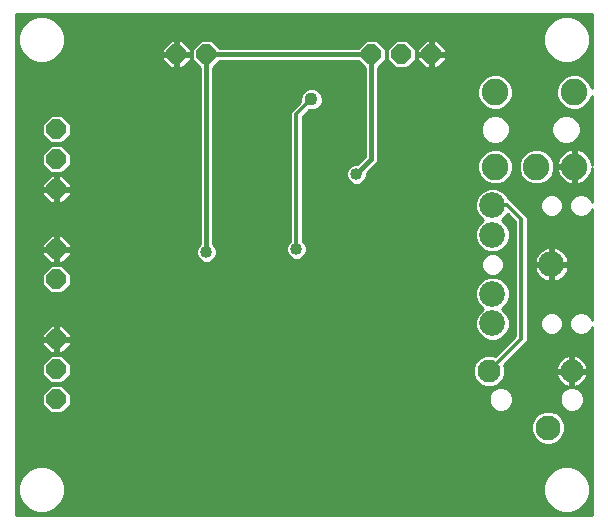
<source format=gbl>
G75*
G70*
%OFA0B0*%
%FSLAX24Y24*%
%IPPOS*%
%LPD*%
%AMOC8*
5,1,8,0,0,1.08239X$1,22.5*
%
%ADD10OC8,0.0640*%
%ADD11C,0.0860*%
%ADD12C,0.0886*%
%ADD13C,0.0827*%
%ADD14C,0.0768*%
%ADD15C,0.0100*%
%ADD16C,0.0400*%
%ADD17C,0.0150*%
%ADD18C,0.0120*%
%ADD19C,0.0436*%
D10*
X001651Y004151D03*
X001651Y005151D03*
X001651Y006151D03*
X001651Y008151D03*
X001651Y009151D03*
X001651Y011151D03*
X001651Y012151D03*
X001651Y013151D03*
X005651Y015651D03*
X006651Y015651D03*
X012151Y015651D03*
X013151Y015651D03*
X014151Y015651D03*
D11*
X016183Y010620D03*
X016183Y009635D03*
X018151Y008651D03*
X016183Y007667D03*
X016183Y006683D03*
D12*
X016273Y011911D03*
X017651Y011911D03*
X018911Y011911D03*
X018911Y014391D03*
X016273Y014391D03*
D13*
X018037Y003206D03*
D14*
X018824Y005096D03*
X016069Y005096D03*
D15*
X000301Y000301D02*
X000301Y017001D01*
X019501Y017001D01*
X019501Y014516D01*
X019414Y014727D01*
X019247Y014894D01*
X019029Y014984D01*
X018793Y014984D01*
X018575Y014894D01*
X018408Y014727D01*
X018318Y014509D01*
X018318Y014273D01*
X018408Y014055D01*
X018575Y013889D01*
X018793Y013798D01*
X019029Y013798D01*
X019247Y013889D01*
X019414Y014055D01*
X019501Y014267D01*
X019501Y011974D01*
X019489Y012050D01*
X019460Y012139D01*
X019418Y012222D01*
X019363Y012297D01*
X019297Y012363D01*
X019222Y012418D01*
X019139Y012460D01*
X019050Y012489D01*
X018961Y012503D01*
X018961Y011961D01*
X018861Y011961D01*
X018861Y011861D01*
X018961Y011861D01*
X018961Y011319D01*
X019050Y011333D01*
X019139Y011362D01*
X019222Y011404D01*
X019297Y011459D01*
X019363Y011525D01*
X019418Y011600D01*
X019460Y011683D01*
X019489Y011772D01*
X019501Y011848D01*
X019501Y010746D01*
X019463Y010838D01*
X019354Y010947D01*
X019212Y011006D01*
X019059Y011006D01*
X018917Y010947D01*
X018808Y010838D01*
X018749Y010696D01*
X018749Y010543D01*
X018808Y010401D01*
X018917Y010292D01*
X019059Y010233D01*
X019212Y010233D01*
X019354Y010292D01*
X019463Y010401D01*
X019501Y010494D01*
X019501Y006809D01*
X019463Y006901D01*
X019354Y007010D01*
X019212Y007069D01*
X019059Y007069D01*
X018917Y007010D01*
X018808Y006901D01*
X018749Y006759D01*
X018749Y006606D01*
X018808Y006464D01*
X018917Y006355D01*
X019059Y006296D01*
X019212Y006296D01*
X019354Y006355D01*
X019463Y006464D01*
X019501Y006557D01*
X019501Y000301D01*
X000301Y000301D01*
X000301Y000348D02*
X019501Y000348D01*
X019501Y000447D02*
X018989Y000447D01*
X019093Y000490D02*
X019312Y000709D01*
X019431Y000996D01*
X019431Y001306D01*
X019312Y001593D01*
X019093Y001812D01*
X018806Y001931D01*
X018496Y001931D01*
X018209Y001812D01*
X017990Y001593D01*
X017871Y001306D01*
X017871Y000996D01*
X017990Y000709D01*
X018209Y000490D01*
X018496Y000371D01*
X018806Y000371D01*
X019093Y000490D01*
X019148Y000545D02*
X019501Y000545D01*
X019501Y000644D02*
X019247Y000644D01*
X019326Y000742D02*
X019501Y000742D01*
X019501Y000841D02*
X019367Y000841D01*
X019408Y000940D02*
X019501Y000940D01*
X019501Y001038D02*
X019431Y001038D01*
X019431Y001137D02*
X019501Y001137D01*
X019501Y001235D02*
X019431Y001235D01*
X019420Y001334D02*
X019501Y001334D01*
X019501Y001432D02*
X019379Y001432D01*
X019338Y001531D02*
X019501Y001531D01*
X019501Y001629D02*
X019276Y001629D01*
X019177Y001728D02*
X019501Y001728D01*
X019501Y001826D02*
X019059Y001826D01*
X018821Y001925D02*
X019501Y001925D01*
X019501Y002024D02*
X000301Y002024D01*
X000301Y002122D02*
X019501Y002122D01*
X019501Y002221D02*
X000301Y002221D01*
X000301Y002319D02*
X019501Y002319D01*
X019501Y002418D02*
X000301Y002418D01*
X000301Y002516D02*
X019501Y002516D01*
X019501Y002615D02*
X000301Y002615D01*
X000301Y002713D02*
X017755Y002713D01*
X017718Y002729D02*
X017925Y002643D01*
X018149Y002643D01*
X018356Y002729D01*
X018515Y002887D01*
X018600Y003094D01*
X018600Y003318D01*
X018515Y003525D01*
X018356Y003684D01*
X018149Y003770D01*
X017925Y003770D01*
X017718Y003684D01*
X017559Y003525D01*
X017474Y003318D01*
X017474Y003094D01*
X017559Y002887D01*
X017718Y002729D01*
X017635Y002812D02*
X000301Y002812D01*
X000301Y002910D02*
X017550Y002910D01*
X017509Y003009D02*
X000301Y003009D01*
X000301Y003107D02*
X017474Y003107D01*
X017474Y003206D02*
X000301Y003206D01*
X000301Y003305D02*
X017474Y003305D01*
X017509Y003403D02*
X000301Y003403D01*
X000301Y003502D02*
X017550Y003502D01*
X017634Y003600D02*
X000301Y003600D01*
X000301Y003699D02*
X001439Y003699D01*
X001456Y003681D02*
X001846Y003681D01*
X002121Y003956D01*
X002121Y004346D01*
X001846Y004621D01*
X001456Y004621D01*
X001181Y004346D01*
X001181Y003956D01*
X001456Y003681D01*
X001340Y003797D02*
X000301Y003797D01*
X000301Y003896D02*
X001242Y003896D01*
X001181Y003994D02*
X000301Y003994D01*
X000301Y004093D02*
X001181Y004093D01*
X001181Y004191D02*
X000301Y004191D01*
X000301Y004290D02*
X001181Y004290D01*
X001224Y004389D02*
X000301Y004389D01*
X000301Y004487D02*
X001322Y004487D01*
X001421Y004586D02*
X000301Y004586D01*
X000301Y004684D02*
X001454Y004684D01*
X001456Y004681D02*
X001846Y004681D01*
X002121Y004956D01*
X002121Y005346D01*
X001846Y005621D01*
X001456Y005621D01*
X001181Y005346D01*
X001181Y004956D01*
X001456Y004681D01*
X001355Y004783D02*
X000301Y004783D01*
X000301Y004881D02*
X001256Y004881D01*
X001181Y004980D02*
X000301Y004980D01*
X000301Y005078D02*
X001181Y005078D01*
X001181Y005177D02*
X000301Y005177D01*
X000301Y005275D02*
X001181Y005275D01*
X001209Y005374D02*
X000301Y005374D01*
X000301Y005473D02*
X001308Y005473D01*
X001406Y005571D02*
X000301Y005571D01*
X000301Y005670D02*
X016345Y005670D01*
X016267Y005592D02*
X016175Y005630D01*
X015962Y005630D01*
X015766Y005549D01*
X015616Y005398D01*
X015535Y005202D01*
X015535Y004990D01*
X015616Y004794D01*
X015766Y004643D01*
X015962Y004562D01*
X016175Y004562D01*
X016371Y004643D01*
X016521Y004794D01*
X016602Y004990D01*
X016602Y005202D01*
X016564Y005295D01*
X017361Y006092D01*
X017361Y006266D01*
X017361Y010238D01*
X017238Y010361D01*
X016770Y010830D01*
X016723Y010830D01*
X016674Y010948D01*
X016511Y011111D01*
X016298Y011200D01*
X016067Y011200D01*
X015854Y011111D01*
X015691Y010948D01*
X015603Y010735D01*
X015603Y010504D01*
X015691Y010291D01*
X015854Y010128D01*
X015855Y010128D01*
X015854Y010127D01*
X015691Y009964D01*
X015603Y009751D01*
X015603Y009520D01*
X015691Y009307D01*
X015854Y009144D01*
X016067Y009055D01*
X016298Y009055D01*
X016511Y009144D01*
X016674Y009307D01*
X016763Y009520D01*
X016763Y009751D01*
X016674Y009964D01*
X016511Y010127D01*
X016510Y010128D01*
X016511Y010128D01*
X016674Y010291D01*
X016686Y010319D01*
X016941Y010064D01*
X016941Y006266D01*
X016267Y005592D01*
X016444Y005768D02*
X001933Y005768D01*
X001846Y005681D02*
X002121Y005956D01*
X002121Y006101D01*
X001701Y006101D01*
X001701Y005681D01*
X001846Y005681D01*
X001896Y005571D02*
X015820Y005571D01*
X015690Y005473D02*
X001994Y005473D01*
X002093Y005374D02*
X015606Y005374D01*
X015565Y005275D02*
X002121Y005275D01*
X002121Y005177D02*
X015535Y005177D01*
X015535Y005078D02*
X002121Y005078D01*
X002121Y004980D02*
X015539Y004980D01*
X015580Y004881D02*
X002046Y004881D01*
X001947Y004783D02*
X015627Y004783D01*
X015725Y004684D02*
X001849Y004684D01*
X001881Y004586D02*
X015906Y004586D01*
X016118Y004381D02*
X016056Y004232D01*
X016056Y004070D01*
X016118Y003921D01*
X016232Y003807D01*
X016381Y003745D01*
X016543Y003745D01*
X016692Y003807D01*
X016806Y003921D01*
X016868Y004070D01*
X016868Y004232D01*
X016806Y004381D01*
X016692Y004495D01*
X016543Y004557D01*
X016381Y004557D01*
X016232Y004495D01*
X016118Y004381D01*
X016126Y004389D02*
X002078Y004389D01*
X002121Y004290D02*
X016080Y004290D01*
X016056Y004191D02*
X002121Y004191D01*
X002121Y004093D02*
X016056Y004093D01*
X016088Y003994D02*
X002121Y003994D01*
X002060Y003896D02*
X016143Y003896D01*
X016256Y003797D02*
X001962Y003797D01*
X001863Y003699D02*
X017754Y003699D01*
X018320Y003699D02*
X019501Y003699D01*
X019501Y003797D02*
X019031Y003797D01*
X019054Y003807D02*
X019169Y003921D01*
X019230Y004070D01*
X019230Y004232D01*
X019169Y004381D01*
X019054Y004495D01*
X018905Y004557D01*
X018744Y004557D01*
X018594Y004495D01*
X018480Y004381D01*
X018419Y004232D01*
X018419Y004070D01*
X018480Y003921D01*
X018594Y003807D01*
X018744Y003745D01*
X018905Y003745D01*
X019054Y003807D01*
X019143Y003896D02*
X019501Y003896D01*
X019501Y003994D02*
X019199Y003994D01*
X019230Y004093D02*
X019501Y004093D01*
X019501Y004191D02*
X019230Y004191D01*
X019206Y004290D02*
X019501Y004290D01*
X019501Y004389D02*
X019161Y004389D01*
X019063Y004487D02*
X019501Y004487D01*
X019501Y004586D02*
X018981Y004586D01*
X018949Y004575D02*
X019029Y004601D01*
X019104Y004639D01*
X019172Y004689D01*
X019232Y004748D01*
X019281Y004816D01*
X019319Y004891D01*
X019345Y004971D01*
X019357Y005046D01*
X018875Y005046D01*
X018875Y005146D01*
X019357Y005146D01*
X019345Y005221D01*
X019319Y005301D01*
X019281Y005376D01*
X019232Y005444D01*
X019172Y005503D01*
X019104Y005553D01*
X019029Y005591D01*
X018949Y005617D01*
X018874Y005629D01*
X018874Y005146D01*
X018774Y005146D01*
X018774Y005046D01*
X018292Y005046D01*
X018304Y004971D01*
X018330Y004891D01*
X018368Y004816D01*
X018417Y004748D01*
X018477Y004689D01*
X018545Y004639D01*
X018619Y004601D01*
X018699Y004575D01*
X018774Y004563D01*
X018774Y005046D01*
X018874Y005046D01*
X018874Y004563D01*
X018949Y004575D01*
X018874Y004586D02*
X018774Y004586D01*
X018774Y004684D02*
X018874Y004684D01*
X018874Y004783D02*
X018774Y004783D01*
X018774Y004881D02*
X018874Y004881D01*
X018874Y004980D02*
X018774Y004980D01*
X018774Y005078D02*
X016602Y005078D01*
X016598Y004980D02*
X018302Y004980D01*
X018335Y004881D02*
X016557Y004881D01*
X016510Y004783D02*
X018392Y004783D01*
X018483Y004684D02*
X016412Y004684D01*
X016231Y004586D02*
X018668Y004586D01*
X018586Y004487D02*
X016700Y004487D01*
X016799Y004389D02*
X018488Y004389D01*
X018443Y004290D02*
X016844Y004290D01*
X016868Y004191D02*
X018419Y004191D01*
X018419Y004093D02*
X016868Y004093D01*
X016837Y003994D02*
X018450Y003994D01*
X018506Y003896D02*
X016781Y003896D01*
X016669Y003797D02*
X018618Y003797D01*
X018440Y003600D02*
X019501Y003600D01*
X019501Y003502D02*
X018524Y003502D01*
X018565Y003403D02*
X019501Y003403D01*
X019501Y003305D02*
X018600Y003305D01*
X018600Y003206D02*
X019501Y003206D01*
X019501Y003107D02*
X018600Y003107D01*
X018565Y003009D02*
X019501Y003009D01*
X019501Y002910D02*
X018524Y002910D01*
X018439Y002812D02*
X019501Y002812D01*
X019501Y002713D02*
X018319Y002713D01*
X018481Y001925D02*
X001321Y001925D01*
X001306Y001931D02*
X000996Y001931D01*
X000709Y001812D01*
X000490Y001593D01*
X000371Y001306D01*
X000371Y000996D01*
X000490Y000709D01*
X000709Y000490D01*
X000996Y000371D01*
X001306Y000371D01*
X001593Y000490D01*
X001812Y000709D01*
X001931Y000996D01*
X001931Y001306D01*
X001812Y001593D01*
X001593Y001812D01*
X001306Y001931D01*
X001559Y001826D02*
X018243Y001826D01*
X018125Y001728D02*
X001677Y001728D01*
X001776Y001629D02*
X018026Y001629D01*
X017964Y001531D02*
X001838Y001531D01*
X001879Y001432D02*
X017923Y001432D01*
X017883Y001334D02*
X001920Y001334D01*
X001931Y001235D02*
X017871Y001235D01*
X017871Y001137D02*
X001931Y001137D01*
X001931Y001038D02*
X017871Y001038D01*
X017895Y000940D02*
X001908Y000940D01*
X001867Y000841D02*
X017935Y000841D01*
X017976Y000742D02*
X001826Y000742D01*
X001747Y000644D02*
X018055Y000644D01*
X018154Y000545D02*
X001648Y000545D01*
X001489Y000447D02*
X018314Y000447D01*
X016224Y004487D02*
X001980Y004487D01*
X001601Y005681D02*
X001456Y005681D01*
X001181Y005956D01*
X001181Y006101D01*
X001601Y006101D01*
X001701Y006101D01*
X001701Y006201D01*
X002121Y006201D01*
X002121Y006346D01*
X001846Y006621D01*
X001701Y006621D01*
X001701Y006201D01*
X001601Y006201D01*
X001601Y006101D01*
X001601Y005681D01*
X001601Y005768D02*
X001701Y005768D01*
X001701Y005867D02*
X001601Y005867D01*
X001601Y005965D02*
X001701Y005965D01*
X001701Y006064D02*
X001601Y006064D01*
X001601Y006162D02*
X000301Y006162D01*
X000301Y006064D02*
X001181Y006064D01*
X001181Y005965D02*
X000301Y005965D01*
X000301Y005867D02*
X001271Y005867D01*
X001370Y005768D02*
X000301Y005768D01*
X000301Y006261D02*
X001181Y006261D01*
X001181Y006201D02*
X001181Y006346D01*
X001456Y006621D01*
X001601Y006621D01*
X001601Y006201D01*
X001181Y006201D01*
X001195Y006359D02*
X000301Y006359D01*
X000301Y006458D02*
X001293Y006458D01*
X001392Y006556D02*
X000301Y006556D01*
X000301Y006655D02*
X015603Y006655D01*
X015603Y006567D02*
X015691Y006354D01*
X015854Y006191D01*
X016067Y006103D01*
X016298Y006103D01*
X016511Y006191D01*
X016674Y006354D01*
X016763Y006567D01*
X016763Y006798D01*
X016674Y007011D01*
X016511Y007174D01*
X016510Y007175D01*
X016511Y007175D01*
X016674Y007338D01*
X016763Y007552D01*
X016763Y007782D01*
X016674Y007995D01*
X016511Y008159D01*
X016298Y008247D01*
X016067Y008247D01*
X015854Y008159D01*
X015691Y007995D01*
X015603Y007782D01*
X015603Y007552D01*
X015691Y007338D01*
X015854Y007175D01*
X015855Y007175D01*
X015854Y007174D01*
X015691Y007011D01*
X015603Y006798D01*
X015603Y006567D01*
X015607Y006556D02*
X001910Y006556D01*
X002009Y006458D02*
X015648Y006458D01*
X015689Y006359D02*
X002108Y006359D01*
X002121Y006261D02*
X015784Y006261D01*
X015923Y006162D02*
X001701Y006162D01*
X001701Y006261D02*
X001601Y006261D01*
X001601Y006359D02*
X001701Y006359D01*
X001701Y006458D02*
X001601Y006458D01*
X001601Y006556D02*
X001701Y006556D01*
X002121Y006064D02*
X016739Y006064D01*
X016641Y005965D02*
X002121Y005965D01*
X002031Y005867D02*
X016542Y005867D01*
X016840Y005571D02*
X018581Y005571D01*
X018545Y005553D02*
X018619Y005591D01*
X018699Y005617D01*
X018774Y005629D01*
X018774Y005146D01*
X018292Y005146D01*
X018304Y005221D01*
X018330Y005301D01*
X018368Y005376D01*
X018417Y005444D01*
X018477Y005503D01*
X018545Y005553D01*
X018446Y005473D02*
X016742Y005473D01*
X016643Y005374D02*
X018367Y005374D01*
X018321Y005275D02*
X016572Y005275D01*
X016602Y005177D02*
X018297Y005177D01*
X018774Y005177D02*
X018874Y005177D01*
X018874Y005275D02*
X018774Y005275D01*
X018774Y005374D02*
X018874Y005374D01*
X018874Y005473D02*
X018774Y005473D01*
X018774Y005571D02*
X018874Y005571D01*
X019068Y005571D02*
X019501Y005571D01*
X019501Y005473D02*
X019203Y005473D01*
X019282Y005374D02*
X019501Y005374D01*
X019501Y005275D02*
X019327Y005275D01*
X019352Y005177D02*
X019501Y005177D01*
X019501Y005078D02*
X018875Y005078D01*
X019314Y004881D02*
X019501Y004881D01*
X019501Y004783D02*
X019257Y004783D01*
X019166Y004684D02*
X019501Y004684D01*
X019501Y004980D02*
X019346Y004980D01*
X019501Y005670D02*
X016939Y005670D01*
X017038Y005768D02*
X019501Y005768D01*
X019501Y005867D02*
X017136Y005867D01*
X017235Y005965D02*
X019501Y005965D01*
X019501Y006064D02*
X017333Y006064D01*
X017361Y006162D02*
X019501Y006162D01*
X019501Y006261D02*
X017361Y006261D01*
X017361Y006359D02*
X017928Y006359D01*
X017932Y006355D02*
X017824Y006464D01*
X017765Y006606D01*
X017765Y006759D01*
X017824Y006901D01*
X017932Y007010D01*
X018074Y007069D01*
X018228Y007069D01*
X018370Y007010D01*
X018479Y006901D01*
X018537Y006759D01*
X018537Y006606D01*
X018479Y006464D01*
X018370Y006355D01*
X018228Y006296D01*
X018074Y006296D01*
X017932Y006355D01*
X017830Y006458D02*
X017361Y006458D01*
X017361Y006556D02*
X017785Y006556D01*
X017765Y006655D02*
X017361Y006655D01*
X017361Y006754D02*
X017765Y006754D01*
X017803Y006852D02*
X017361Y006852D01*
X017361Y006951D02*
X017873Y006951D01*
X018027Y007049D02*
X017361Y007049D01*
X017361Y007148D02*
X019501Y007148D01*
X019501Y007246D02*
X017361Y007246D01*
X017361Y007345D02*
X019501Y007345D01*
X019501Y007443D02*
X017361Y007443D01*
X017361Y007542D02*
X019501Y007542D01*
X019501Y007640D02*
X017361Y007640D01*
X017361Y007739D02*
X019501Y007739D01*
X019501Y007838D02*
X017361Y007838D01*
X017361Y007936D02*
X019501Y007936D01*
X019501Y008035D02*
X017361Y008035D01*
X017361Y008133D02*
X017890Y008133D01*
X017929Y008114D02*
X017847Y008155D01*
X017773Y008209D01*
X017709Y008273D01*
X017655Y008347D01*
X017614Y008429D01*
X017361Y008429D01*
X017361Y008527D02*
X017584Y008527D01*
X017585Y008515D02*
X017614Y008429D01*
X017585Y008515D02*
X017572Y008601D01*
X018101Y008601D01*
X018201Y008601D01*
X018201Y008072D01*
X018287Y008085D01*
X018374Y008114D01*
X018455Y008155D01*
X018529Y008209D01*
X018594Y008273D01*
X018647Y008347D01*
X018689Y008429D01*
X019501Y008429D01*
X019501Y008527D02*
X018719Y008527D01*
X018717Y008515D02*
X018730Y008601D01*
X018201Y008601D01*
X018201Y008701D01*
X018730Y008701D01*
X018717Y008787D01*
X018689Y008874D01*
X018647Y008955D01*
X018594Y009029D01*
X018529Y009094D01*
X018455Y009147D01*
X018374Y009189D01*
X018287Y009217D01*
X018201Y009230D01*
X018201Y008701D01*
X018101Y008701D01*
X018101Y008601D01*
X018101Y008072D01*
X018015Y008085D01*
X017929Y008114D01*
X018101Y008133D02*
X018201Y008133D01*
X018201Y008232D02*
X018101Y008232D01*
X018101Y008330D02*
X018201Y008330D01*
X018201Y008429D02*
X018101Y008429D01*
X018101Y008527D02*
X018201Y008527D01*
X018201Y008626D02*
X019501Y008626D01*
X019501Y008724D02*
X018727Y008724D01*
X018705Y008823D02*
X019501Y008823D01*
X019501Y008922D02*
X018664Y008922D01*
X018600Y009020D02*
X019501Y009020D01*
X019501Y009119D02*
X018495Y009119D01*
X018285Y009217D02*
X019501Y009217D01*
X019501Y009316D02*
X017361Y009316D01*
X017361Y009414D02*
X019501Y009414D01*
X019501Y009513D02*
X017361Y009513D01*
X017361Y009611D02*
X019501Y009611D01*
X019501Y009710D02*
X017361Y009710D01*
X017361Y009808D02*
X019501Y009808D01*
X019501Y009907D02*
X017361Y009907D01*
X017361Y010006D02*
X019501Y010006D01*
X019501Y010104D02*
X017361Y010104D01*
X017361Y010203D02*
X019501Y010203D01*
X019501Y010301D02*
X019363Y010301D01*
X019462Y010400D02*
X019501Y010400D01*
X019481Y010794D02*
X019501Y010794D01*
X019501Y010892D02*
X019409Y010892D01*
X019501Y010991D02*
X019248Y010991D01*
X019023Y010991D02*
X018264Y010991D01*
X018228Y011006D02*
X018074Y011006D01*
X017932Y010947D01*
X017824Y010838D01*
X017765Y010696D01*
X017765Y010543D01*
X017824Y010401D01*
X017932Y010292D01*
X018074Y010233D01*
X018228Y010233D01*
X018370Y010292D01*
X018479Y010401D01*
X018537Y010543D01*
X018537Y010696D01*
X018479Y010838D01*
X018370Y010947D01*
X018228Y011006D01*
X018038Y010991D02*
X016632Y010991D01*
X016697Y010892D02*
X017878Y010892D01*
X017805Y010794D02*
X016805Y010794D01*
X016904Y010695D02*
X017765Y010695D01*
X017765Y010597D02*
X017003Y010597D01*
X017101Y010498D02*
X017783Y010498D01*
X017825Y010400D02*
X017200Y010400D01*
X017298Y010301D02*
X017924Y010301D01*
X018379Y010301D02*
X018908Y010301D01*
X018809Y010400D02*
X018477Y010400D01*
X018519Y010498D02*
X018768Y010498D01*
X018749Y010597D02*
X018537Y010597D01*
X018537Y010695D02*
X018749Y010695D01*
X018790Y010794D02*
X018497Y010794D01*
X018425Y010892D02*
X018862Y010892D01*
X018861Y011319D02*
X018861Y011861D01*
X018319Y011861D01*
X018333Y011772D01*
X018362Y011683D01*
X018404Y011600D01*
X018459Y011525D01*
X018525Y011459D01*
X018600Y011404D01*
X018683Y011362D01*
X018772Y011333D01*
X018861Y011319D01*
X018861Y011385D02*
X018961Y011385D01*
X018961Y011484D02*
X018861Y011484D01*
X018861Y011582D02*
X018961Y011582D01*
X018961Y011681D02*
X018861Y011681D01*
X018861Y011779D02*
X018961Y011779D01*
X018861Y011878D02*
X018244Y011878D01*
X018244Y011793D02*
X018154Y011575D01*
X017987Y011408D01*
X017769Y011318D01*
X017533Y011318D01*
X017315Y011408D01*
X017149Y011575D01*
X017058Y011793D01*
X017058Y012029D01*
X017149Y012247D01*
X017315Y012414D01*
X017533Y012504D01*
X017769Y012504D01*
X017987Y012414D01*
X018154Y012247D01*
X018244Y012029D01*
X018244Y011793D01*
X018238Y011779D02*
X018332Y011779D01*
X018363Y011681D02*
X018198Y011681D01*
X018157Y011582D02*
X018417Y011582D01*
X018500Y011484D02*
X018062Y011484D01*
X017931Y011385D02*
X018637Y011385D01*
X019185Y011385D02*
X019501Y011385D01*
X019501Y011287D02*
X009861Y011287D01*
X009861Y011385D02*
X011422Y011385D01*
X011453Y011354D02*
X011582Y011301D01*
X011721Y011301D01*
X011849Y011354D01*
X011948Y011453D01*
X012001Y011582D01*
X015768Y011582D01*
X015771Y011575D02*
X015937Y011408D01*
X016155Y011318D01*
X016391Y011318D01*
X016609Y011408D01*
X016776Y011575D01*
X016866Y011793D01*
X016866Y012029D01*
X016776Y012247D01*
X016609Y012414D01*
X016391Y012504D01*
X016155Y012504D01*
X015937Y012414D01*
X015771Y012247D01*
X015680Y012029D01*
X015680Y011793D01*
X015771Y011575D01*
X015727Y011681D02*
X012001Y011681D01*
X012001Y011683D02*
X012376Y012058D01*
X012376Y012244D01*
X012376Y015211D01*
X012621Y015456D01*
X012621Y015846D01*
X012346Y016121D01*
X011956Y016121D01*
X011711Y015876D01*
X007091Y015876D01*
X006846Y016121D01*
X006456Y016121D01*
X006181Y015846D01*
X006181Y015456D01*
X006426Y015211D01*
X006426Y009321D01*
X006354Y009249D01*
X006301Y009121D01*
X006301Y008982D01*
X006354Y008853D01*
X006453Y008754D01*
X006582Y008701D01*
X006721Y008701D01*
X006849Y008754D01*
X006948Y008853D01*
X007001Y008982D01*
X007001Y009121D01*
X006948Y009249D01*
X006876Y009321D01*
X006876Y015211D01*
X007091Y015426D01*
X011711Y015426D01*
X011926Y015211D01*
X011926Y012244D01*
X011683Y012001D01*
X011582Y012001D01*
X011453Y011948D01*
X011354Y011849D01*
X011301Y011721D01*
X011301Y011582D01*
X009861Y011582D01*
X009861Y011484D02*
X011342Y011484D01*
X011354Y011453D02*
X011453Y011354D01*
X011354Y011453D02*
X011301Y011582D01*
X011301Y011681D02*
X009861Y011681D01*
X009861Y011779D02*
X011325Y011779D01*
X011383Y011878D02*
X009861Y011878D01*
X009861Y011976D02*
X011522Y011976D01*
X011757Y012075D02*
X009861Y012075D01*
X009861Y012173D02*
X011855Y012173D01*
X011926Y012272D02*
X009861Y012272D01*
X009861Y012371D02*
X011926Y012371D01*
X011926Y012469D02*
X009861Y012469D01*
X009861Y012568D02*
X011926Y012568D01*
X011926Y012666D02*
X009861Y012666D01*
X009861Y012765D02*
X011926Y012765D01*
X011926Y012863D02*
X009861Y012863D01*
X009861Y012962D02*
X011926Y012962D01*
X011926Y013060D02*
X009861Y013060D01*
X009861Y013159D02*
X011926Y013159D01*
X011926Y013257D02*
X009861Y013257D01*
X009861Y013356D02*
X011926Y013356D01*
X011926Y013455D02*
X009861Y013455D01*
X009861Y013553D02*
X011926Y013553D01*
X011926Y013652D02*
X009949Y013652D01*
X009861Y013564D02*
X010080Y013783D01*
X010224Y013783D01*
X010360Y013839D01*
X010463Y013943D01*
X010519Y014078D01*
X010519Y014224D01*
X010463Y014360D01*
X010360Y014463D01*
X010224Y014519D01*
X010078Y014519D01*
X009943Y014463D01*
X009839Y014360D01*
X009783Y014224D01*
X009783Y014080D01*
X009441Y013738D01*
X009441Y013564D01*
X009441Y009436D01*
X009354Y009349D01*
X009301Y009221D01*
X009301Y009082D01*
X009354Y008953D01*
X009453Y008854D01*
X009582Y008801D01*
X009721Y008801D01*
X009849Y008854D01*
X009948Y008953D01*
X010001Y009082D01*
X010001Y009221D01*
X009948Y009349D01*
X009861Y009436D01*
X009861Y013564D01*
X010047Y013750D02*
X011926Y013750D01*
X011926Y013849D02*
X010369Y013849D01*
X010465Y013947D02*
X011926Y013947D01*
X011926Y014046D02*
X010506Y014046D01*
X010519Y014144D02*
X011926Y014144D01*
X011926Y014243D02*
X010512Y014243D01*
X010471Y014341D02*
X011926Y014341D01*
X011926Y014440D02*
X010383Y014440D01*
X009919Y014440D02*
X006876Y014440D01*
X006876Y014539D02*
X011926Y014539D01*
X011926Y014637D02*
X006876Y014637D01*
X006876Y014736D02*
X011926Y014736D01*
X011926Y014834D02*
X006876Y014834D01*
X006876Y014933D02*
X011926Y014933D01*
X011926Y015031D02*
X006876Y015031D01*
X006876Y015130D02*
X011926Y015130D01*
X011909Y015228D02*
X006893Y015228D01*
X006991Y015327D02*
X011811Y015327D01*
X011712Y015425D02*
X007090Y015425D01*
X007049Y015918D02*
X011753Y015918D01*
X011852Y016017D02*
X006950Y016017D01*
X006852Y016115D02*
X011951Y016115D01*
X012352Y016115D02*
X012951Y016115D01*
X012956Y016121D02*
X012681Y015846D01*
X012681Y015456D01*
X012956Y015181D01*
X013346Y015181D01*
X013621Y015456D01*
X013621Y015846D01*
X013346Y016121D01*
X012956Y016121D01*
X012852Y016017D02*
X012450Y016017D01*
X012549Y015918D02*
X012753Y015918D01*
X012681Y015820D02*
X012621Y015820D01*
X012621Y015721D02*
X012681Y015721D01*
X012681Y015622D02*
X012621Y015622D01*
X012621Y015524D02*
X012681Y015524D01*
X012712Y015425D02*
X012590Y015425D01*
X012491Y015327D02*
X012811Y015327D01*
X012909Y015228D02*
X012393Y015228D01*
X012376Y015130D02*
X019501Y015130D01*
X019501Y015228D02*
X014393Y015228D01*
X014346Y015181D02*
X014621Y015456D01*
X014621Y015601D01*
X014201Y015601D01*
X014201Y015181D01*
X014346Y015181D01*
X014201Y015228D02*
X014101Y015228D01*
X014101Y015181D02*
X013956Y015181D01*
X013681Y015456D01*
X013681Y015601D01*
X014101Y015601D01*
X014101Y015701D01*
X013681Y015701D01*
X013681Y015846D01*
X013956Y016121D01*
X014101Y016121D01*
X014101Y015701D01*
X014201Y015701D01*
X014201Y016121D01*
X014346Y016121D01*
X014621Y015846D01*
X014621Y015701D01*
X014201Y015701D01*
X014201Y015601D01*
X014101Y015601D01*
X014101Y015181D01*
X014101Y015327D02*
X014201Y015327D01*
X014201Y015425D02*
X014101Y015425D01*
X014101Y015524D02*
X014201Y015524D01*
X014201Y015622D02*
X018077Y015622D01*
X017990Y015709D02*
X018209Y015490D01*
X018496Y015371D01*
X018806Y015371D01*
X019093Y015490D01*
X019312Y015709D01*
X019431Y015996D01*
X019431Y016306D01*
X019312Y016593D01*
X019093Y016812D01*
X018806Y016931D01*
X018496Y016931D01*
X018209Y016812D01*
X017990Y016593D01*
X017871Y016306D01*
X017871Y015996D01*
X017990Y015709D01*
X017985Y015721D02*
X014621Y015721D01*
X014621Y015820D02*
X017944Y015820D01*
X017904Y015918D02*
X014549Y015918D01*
X014450Y016017D02*
X017871Y016017D01*
X017871Y016115D02*
X014352Y016115D01*
X014201Y016115D02*
X014101Y016115D01*
X014101Y016017D02*
X014201Y016017D01*
X014201Y015918D02*
X014101Y015918D01*
X014101Y015820D02*
X014201Y015820D01*
X014201Y015721D02*
X014101Y015721D01*
X014101Y015622D02*
X013621Y015622D01*
X013621Y015524D02*
X013681Y015524D01*
X013712Y015425D02*
X013590Y015425D01*
X013491Y015327D02*
X013811Y015327D01*
X013909Y015228D02*
X013393Y015228D01*
X013621Y015721D02*
X013681Y015721D01*
X013681Y015820D02*
X013621Y015820D01*
X013549Y015918D02*
X013753Y015918D01*
X013852Y016017D02*
X013450Y016017D01*
X013352Y016115D02*
X013951Y016115D01*
X014621Y015524D02*
X018175Y015524D01*
X018365Y015425D02*
X014590Y015425D01*
X014491Y015327D02*
X019501Y015327D01*
X019501Y015425D02*
X018937Y015425D01*
X019127Y015524D02*
X019501Y015524D01*
X019501Y015622D02*
X019225Y015622D01*
X019317Y015721D02*
X019501Y015721D01*
X019501Y015820D02*
X019358Y015820D01*
X019399Y015918D02*
X019501Y015918D01*
X019501Y016017D02*
X019431Y016017D01*
X019431Y016115D02*
X019501Y016115D01*
X019501Y016214D02*
X019431Y016214D01*
X019429Y016312D02*
X019501Y016312D01*
X019501Y016411D02*
X019388Y016411D01*
X019347Y016509D02*
X019501Y016509D01*
X019501Y016608D02*
X019297Y016608D01*
X019199Y016706D02*
X019501Y016706D01*
X019501Y016805D02*
X019100Y016805D01*
X018873Y016904D02*
X019501Y016904D01*
X018430Y016904D02*
X001373Y016904D01*
X001306Y016931D02*
X000996Y016931D01*
X000709Y016812D01*
X000490Y016593D01*
X000371Y016306D01*
X000371Y015996D01*
X000490Y015709D01*
X000709Y015490D01*
X000996Y015371D01*
X001306Y015371D01*
X001593Y015490D01*
X001812Y015709D01*
X001931Y015996D01*
X001931Y016306D01*
X001812Y016593D01*
X001593Y016812D01*
X001306Y016931D01*
X001600Y016805D02*
X018202Y016805D01*
X018104Y016706D02*
X001699Y016706D01*
X001797Y016608D02*
X018005Y016608D01*
X017955Y016509D02*
X001847Y016509D01*
X001888Y016411D02*
X017915Y016411D01*
X017874Y016312D02*
X001929Y016312D01*
X001931Y016214D02*
X017871Y016214D01*
X018669Y014933D02*
X016516Y014933D01*
X016609Y014894D02*
X016391Y014984D01*
X016155Y014984D01*
X015937Y014894D01*
X015771Y014727D01*
X015680Y014509D01*
X015680Y014273D01*
X015771Y014055D01*
X015937Y013889D01*
X016155Y013798D01*
X016391Y013798D01*
X016609Y013889D01*
X016776Y014055D01*
X016866Y014273D01*
X016866Y014509D01*
X016776Y014727D01*
X016609Y014894D01*
X016669Y014834D02*
X018515Y014834D01*
X018417Y014736D02*
X016767Y014736D01*
X016813Y014637D02*
X018371Y014637D01*
X018330Y014539D02*
X016854Y014539D01*
X016866Y014440D02*
X018318Y014440D01*
X018318Y014341D02*
X016866Y014341D01*
X016853Y014243D02*
X018331Y014243D01*
X018372Y014144D02*
X016813Y014144D01*
X016766Y014046D02*
X018418Y014046D01*
X018517Y013947D02*
X016668Y013947D01*
X016512Y013849D02*
X018672Y013849D01*
X018732Y013636D02*
X018539Y013636D01*
X018361Y013562D01*
X018225Y013426D01*
X018151Y013248D01*
X018151Y013055D01*
X018225Y012877D01*
X018361Y012740D01*
X018539Y012667D01*
X018732Y012667D01*
X018910Y012740D01*
X019046Y012877D01*
X019120Y013055D01*
X019120Y013248D01*
X019046Y013426D01*
X018910Y013562D01*
X018732Y013636D01*
X018919Y013553D02*
X019501Y013553D01*
X019501Y013455D02*
X019017Y013455D01*
X019075Y013356D02*
X019501Y013356D01*
X019501Y013257D02*
X019116Y013257D01*
X019120Y013159D02*
X019501Y013159D01*
X019501Y013060D02*
X019120Y013060D01*
X019081Y012962D02*
X019501Y012962D01*
X019501Y012863D02*
X019033Y012863D01*
X018934Y012765D02*
X019501Y012765D01*
X019501Y012666D02*
X012376Y012666D01*
X012376Y012568D02*
X019501Y012568D01*
X019501Y012469D02*
X019112Y012469D01*
X018961Y012469D02*
X018861Y012469D01*
X018861Y012503D02*
X018772Y012489D01*
X018683Y012460D01*
X018600Y012418D01*
X018525Y012363D01*
X018459Y012297D01*
X018404Y012222D01*
X018362Y012139D01*
X018333Y012050D01*
X018319Y011961D01*
X018861Y011961D01*
X018861Y012503D01*
X018861Y012371D02*
X018961Y012371D01*
X018961Y012272D02*
X018861Y012272D01*
X018861Y012173D02*
X018961Y012173D01*
X018961Y012075D02*
X018861Y012075D01*
X018861Y011976D02*
X018961Y011976D01*
X019287Y012371D02*
X019501Y012371D01*
X019501Y012272D02*
X019382Y012272D01*
X019443Y012173D02*
X019501Y012173D01*
X019501Y012075D02*
X019481Y012075D01*
X019501Y011976D02*
X019501Y011976D01*
X019490Y011779D02*
X019501Y011779D01*
X019501Y011681D02*
X019459Y011681D01*
X019501Y011582D02*
X019405Y011582D01*
X019322Y011484D02*
X019501Y011484D01*
X019501Y011188D02*
X016326Y011188D01*
X016533Y011089D02*
X019501Y011089D01*
X018321Y011976D02*
X018244Y011976D01*
X018225Y012075D02*
X018341Y012075D01*
X018379Y012173D02*
X018184Y012173D01*
X018129Y012272D02*
X018440Y012272D01*
X018535Y012371D02*
X018030Y012371D01*
X017853Y012469D02*
X018710Y012469D01*
X018336Y012765D02*
X016572Y012765D01*
X016548Y012740D02*
X016684Y012877D01*
X016758Y013055D01*
X016758Y013248D01*
X016684Y013426D01*
X016548Y013562D01*
X016370Y013636D01*
X016177Y013636D01*
X015999Y013562D01*
X015862Y013426D01*
X015789Y013248D01*
X015789Y013055D01*
X015862Y012877D01*
X015999Y012740D01*
X016177Y012667D01*
X016370Y012667D01*
X016548Y012740D01*
X016671Y012863D02*
X018238Y012863D01*
X018189Y012962D02*
X016719Y012962D01*
X016758Y013060D02*
X018151Y013060D01*
X018151Y013159D02*
X016758Y013159D01*
X016754Y013257D02*
X018155Y013257D01*
X018196Y013356D02*
X016713Y013356D01*
X016655Y013455D02*
X018253Y013455D01*
X018352Y013553D02*
X016557Y013553D01*
X015990Y013553D02*
X012376Y013553D01*
X012376Y013455D02*
X015891Y013455D01*
X015834Y013356D02*
X012376Y013356D01*
X012376Y013257D02*
X015793Y013257D01*
X015789Y013159D02*
X012376Y013159D01*
X012376Y013060D02*
X015789Y013060D01*
X015827Y012962D02*
X012376Y012962D01*
X012376Y012863D02*
X015876Y012863D01*
X015974Y012765D02*
X012376Y012765D01*
X012376Y012469D02*
X016071Y012469D01*
X015894Y012371D02*
X012376Y012371D01*
X012376Y012272D02*
X015796Y012272D01*
X015740Y012173D02*
X012376Y012173D01*
X012376Y012075D02*
X015699Y012075D01*
X015680Y011976D02*
X012295Y011976D01*
X012196Y011878D02*
X015680Y011878D01*
X015686Y011779D02*
X012097Y011779D01*
X012001Y011683D02*
X012001Y011582D01*
X011961Y011484D02*
X015862Y011484D01*
X015994Y011385D02*
X011880Y011385D01*
X009861Y011188D02*
X016039Y011188D01*
X015832Y011089D02*
X009861Y011089D01*
X009861Y010991D02*
X015734Y010991D01*
X015668Y010892D02*
X009861Y010892D01*
X009861Y010794D02*
X015627Y010794D01*
X015603Y010695D02*
X009861Y010695D01*
X009861Y010597D02*
X015603Y010597D01*
X015605Y010498D02*
X009861Y010498D01*
X009861Y010400D02*
X015646Y010400D01*
X015687Y010301D02*
X009861Y010301D01*
X009861Y010203D02*
X015780Y010203D01*
X015831Y010104D02*
X009861Y010104D01*
X009861Y010006D02*
X015733Y010006D01*
X015667Y009907D02*
X009861Y009907D01*
X009861Y009808D02*
X015627Y009808D01*
X015603Y009710D02*
X009861Y009710D01*
X009861Y009611D02*
X015603Y009611D01*
X015606Y009513D02*
X009861Y009513D01*
X009883Y009414D02*
X015646Y009414D01*
X015687Y009316D02*
X009962Y009316D01*
X010001Y009217D02*
X015781Y009217D01*
X015915Y009119D02*
X010001Y009119D01*
X009976Y009020D02*
X016064Y009020D01*
X016106Y009037D02*
X015964Y008979D01*
X015855Y008870D01*
X015796Y008728D01*
X015796Y008574D01*
X015855Y008432D01*
X015964Y008324D01*
X016106Y008265D01*
X016259Y008265D01*
X016401Y008324D01*
X016510Y008432D01*
X016569Y008574D01*
X016569Y008728D01*
X016510Y008870D01*
X016401Y008979D01*
X016259Y009037D01*
X016106Y009037D01*
X016301Y009020D02*
X016941Y009020D01*
X016941Y008922D02*
X016458Y008922D01*
X016530Y008823D02*
X016941Y008823D01*
X016941Y008724D02*
X016569Y008724D01*
X016569Y008626D02*
X016941Y008626D01*
X016941Y008527D02*
X016549Y008527D01*
X016506Y008429D02*
X016941Y008429D01*
X016941Y008330D02*
X016408Y008330D01*
X016335Y008232D02*
X016941Y008232D01*
X016941Y008133D02*
X016537Y008133D01*
X016635Y008035D02*
X016941Y008035D01*
X016941Y007936D02*
X016699Y007936D01*
X016740Y007838D02*
X016941Y007838D01*
X016941Y007739D02*
X016763Y007739D01*
X016763Y007640D02*
X016941Y007640D01*
X016941Y007542D02*
X016759Y007542D01*
X016718Y007443D02*
X016941Y007443D01*
X016941Y007345D02*
X016677Y007345D01*
X016582Y007246D02*
X016941Y007246D01*
X016941Y007148D02*
X016538Y007148D01*
X016636Y007049D02*
X016941Y007049D01*
X016941Y006951D02*
X016699Y006951D01*
X016740Y006852D02*
X016941Y006852D01*
X016941Y006754D02*
X016763Y006754D01*
X016763Y006655D02*
X016941Y006655D01*
X016941Y006556D02*
X016758Y006556D01*
X016717Y006458D02*
X016941Y006458D01*
X016941Y006359D02*
X016676Y006359D01*
X016581Y006261D02*
X016936Y006261D01*
X016838Y006162D02*
X016442Y006162D01*
X015603Y006754D02*
X000301Y006754D01*
X000301Y006852D02*
X015625Y006852D01*
X015666Y006951D02*
X000301Y006951D01*
X000301Y007049D02*
X015729Y007049D01*
X015828Y007148D02*
X000301Y007148D01*
X000301Y007246D02*
X015783Y007246D01*
X015688Y007345D02*
X000301Y007345D01*
X000301Y007443D02*
X015647Y007443D01*
X015607Y007542D02*
X000301Y007542D01*
X000301Y007640D02*
X015603Y007640D01*
X015603Y007739D02*
X001904Y007739D01*
X001846Y007681D02*
X002121Y007956D01*
X002121Y008346D01*
X001846Y008621D01*
X001456Y008621D01*
X001181Y008346D01*
X001181Y007956D01*
X001456Y007681D01*
X001846Y007681D01*
X002002Y007838D02*
X015626Y007838D01*
X015666Y007936D02*
X002101Y007936D01*
X002121Y008035D02*
X015730Y008035D01*
X015829Y008133D02*
X002121Y008133D01*
X002121Y008232D02*
X016031Y008232D01*
X015957Y008330D02*
X002121Y008330D01*
X002038Y008429D02*
X015859Y008429D01*
X015816Y008527D02*
X001940Y008527D01*
X001846Y008681D02*
X002121Y008956D01*
X002121Y009101D01*
X001701Y009101D01*
X001701Y008681D01*
X001846Y008681D01*
X001889Y008724D02*
X006525Y008724D01*
X006384Y008823D02*
X001988Y008823D01*
X002086Y008922D02*
X006326Y008922D01*
X006301Y009020D02*
X002121Y009020D01*
X002121Y009201D02*
X002121Y009346D01*
X001846Y009621D01*
X001701Y009621D01*
X001701Y009201D01*
X002121Y009201D01*
X002121Y009217D02*
X006341Y009217D01*
X006301Y009119D02*
X001701Y009119D01*
X001701Y009101D02*
X001701Y009201D01*
X001601Y009201D01*
X001601Y009101D01*
X001701Y009101D01*
X001701Y009020D02*
X001601Y009020D01*
X001601Y009101D02*
X001601Y008681D01*
X001456Y008681D01*
X001181Y008956D01*
X001181Y009101D01*
X001601Y009101D01*
X001601Y009119D02*
X000301Y009119D01*
X000301Y009217D02*
X001181Y009217D01*
X001181Y009201D02*
X001601Y009201D01*
X001601Y009621D01*
X001456Y009621D01*
X001181Y009346D01*
X001181Y009201D01*
X001181Y009316D02*
X000301Y009316D01*
X000301Y009414D02*
X001250Y009414D01*
X001348Y009513D02*
X000301Y009513D01*
X000301Y009611D02*
X001447Y009611D01*
X001601Y009611D02*
X001701Y009611D01*
X001701Y009513D02*
X001601Y009513D01*
X001601Y009414D02*
X001701Y009414D01*
X001701Y009316D02*
X001601Y009316D01*
X001601Y009217D02*
X001701Y009217D01*
X001954Y009513D02*
X006426Y009513D01*
X006426Y009611D02*
X001856Y009611D01*
X002053Y009414D02*
X006426Y009414D01*
X006421Y009316D02*
X002121Y009316D01*
X001701Y008922D02*
X001601Y008922D01*
X001601Y008823D02*
X001701Y008823D01*
X001701Y008724D02*
X001601Y008724D01*
X001413Y008724D02*
X000301Y008724D01*
X000301Y008626D02*
X015796Y008626D01*
X015796Y008724D02*
X006777Y008724D01*
X006918Y008823D02*
X009529Y008823D01*
X009386Y008922D02*
X006976Y008922D01*
X007001Y009020D02*
X009327Y009020D01*
X009301Y009119D02*
X007001Y009119D01*
X006961Y009217D02*
X009301Y009217D01*
X009341Y009316D02*
X006882Y009316D01*
X006876Y009414D02*
X009419Y009414D01*
X009441Y009513D02*
X006876Y009513D01*
X006876Y009611D02*
X009441Y009611D01*
X009441Y009710D02*
X006876Y009710D01*
X006876Y009808D02*
X009441Y009808D01*
X009441Y009907D02*
X006876Y009907D01*
X006876Y010006D02*
X009441Y010006D01*
X009441Y010104D02*
X006876Y010104D01*
X006876Y010203D02*
X009441Y010203D01*
X009441Y010301D02*
X006876Y010301D01*
X006876Y010400D02*
X009441Y010400D01*
X009441Y010498D02*
X006876Y010498D01*
X006876Y010597D02*
X009441Y010597D01*
X009441Y010695D02*
X006876Y010695D01*
X006876Y010794D02*
X009441Y010794D01*
X009441Y010892D02*
X006876Y010892D01*
X006876Y010991D02*
X009441Y010991D01*
X009441Y011089D02*
X006876Y011089D01*
X006876Y011188D02*
X009441Y011188D01*
X009441Y011287D02*
X006876Y011287D01*
X006876Y011385D02*
X009441Y011385D01*
X009441Y011484D02*
X006876Y011484D01*
X006876Y011582D02*
X009441Y011582D01*
X009441Y011681D02*
X006876Y011681D01*
X006876Y011779D02*
X009441Y011779D01*
X009441Y011878D02*
X006876Y011878D01*
X006876Y011976D02*
X009441Y011976D01*
X009441Y012075D02*
X006876Y012075D01*
X006876Y012173D02*
X009441Y012173D01*
X009441Y012272D02*
X006876Y012272D01*
X006876Y012371D02*
X009441Y012371D01*
X009441Y012469D02*
X006876Y012469D01*
X006876Y012568D02*
X009441Y012568D01*
X009441Y012666D02*
X006876Y012666D01*
X006876Y012765D02*
X009441Y012765D01*
X009441Y012863D02*
X006876Y012863D01*
X006876Y012962D02*
X009441Y012962D01*
X009441Y013060D02*
X006876Y013060D01*
X006876Y013159D02*
X009441Y013159D01*
X009441Y013257D02*
X006876Y013257D01*
X006876Y013356D02*
X009441Y013356D01*
X009441Y013455D02*
X006876Y013455D01*
X006876Y013553D02*
X009441Y013553D01*
X009441Y013652D02*
X006876Y013652D01*
X006876Y013750D02*
X009453Y013750D01*
X009552Y013849D02*
X006876Y013849D01*
X006876Y013947D02*
X009650Y013947D01*
X009749Y014046D02*
X006876Y014046D01*
X006876Y014144D02*
X009783Y014144D01*
X009791Y014243D02*
X006876Y014243D01*
X006876Y014341D02*
X009832Y014341D01*
X012376Y014341D02*
X015680Y014341D01*
X015693Y014243D02*
X012376Y014243D01*
X012376Y014144D02*
X015734Y014144D01*
X015780Y014046D02*
X012376Y014046D01*
X012376Y013947D02*
X015879Y013947D01*
X016034Y013849D02*
X012376Y013849D01*
X012376Y013750D02*
X019501Y013750D01*
X019501Y013652D02*
X012376Y013652D01*
X012376Y014440D02*
X015680Y014440D01*
X015692Y014539D02*
X012376Y014539D01*
X012376Y014637D02*
X015733Y014637D01*
X015779Y014736D02*
X012376Y014736D01*
X012376Y014834D02*
X015878Y014834D01*
X016031Y014933D02*
X012376Y014933D01*
X012376Y015031D02*
X019501Y015031D01*
X019501Y014933D02*
X019153Y014933D01*
X019307Y014834D02*
X019501Y014834D01*
X019501Y014736D02*
X019405Y014736D01*
X019451Y014637D02*
X019501Y014637D01*
X019492Y014539D02*
X019501Y014539D01*
X019491Y014243D02*
X019501Y014243D01*
X019501Y014144D02*
X019450Y014144D01*
X019404Y014046D02*
X019501Y014046D01*
X019501Y013947D02*
X019305Y013947D01*
X019150Y013849D02*
X019501Y013849D01*
X017449Y012469D02*
X016475Y012469D01*
X016652Y012371D02*
X017272Y012371D01*
X017174Y012272D02*
X016751Y012272D01*
X016806Y012173D02*
X017118Y012173D01*
X017077Y012075D02*
X016847Y012075D01*
X016866Y011976D02*
X017058Y011976D01*
X017058Y011878D02*
X016866Y011878D01*
X016860Y011779D02*
X017064Y011779D01*
X017105Y011681D02*
X016820Y011681D01*
X016779Y011582D02*
X017146Y011582D01*
X017240Y011484D02*
X016684Y011484D01*
X016553Y011385D02*
X017371Y011385D01*
X016704Y010301D02*
X016678Y010301D01*
X016586Y010203D02*
X016803Y010203D01*
X016901Y010104D02*
X016534Y010104D01*
X016633Y010006D02*
X016941Y010006D01*
X016941Y009907D02*
X016698Y009907D01*
X016739Y009808D02*
X016941Y009808D01*
X016941Y009710D02*
X016763Y009710D01*
X016763Y009611D02*
X016941Y009611D01*
X016941Y009513D02*
X016760Y009513D01*
X016719Y009414D02*
X016941Y009414D01*
X016941Y009316D02*
X016678Y009316D01*
X016585Y009217D02*
X016941Y009217D01*
X016941Y009119D02*
X016451Y009119D01*
X015907Y008922D02*
X009916Y008922D01*
X009773Y008823D02*
X015836Y008823D01*
X017361Y008823D02*
X017597Y008823D01*
X017585Y008787D02*
X017572Y008701D01*
X018101Y008701D01*
X018101Y009230D01*
X018015Y009217D01*
X017929Y009189D01*
X017847Y009147D01*
X017773Y009094D01*
X017709Y009029D01*
X017655Y008955D01*
X017614Y008874D01*
X017585Y008787D01*
X017576Y008724D02*
X017361Y008724D01*
X017361Y008626D02*
X018101Y008626D01*
X018101Y008724D02*
X018201Y008724D01*
X018201Y008823D02*
X018101Y008823D01*
X018101Y008922D02*
X018201Y008922D01*
X018201Y009020D02*
X018101Y009020D01*
X018101Y009119D02*
X018201Y009119D01*
X018201Y009217D02*
X018101Y009217D01*
X018017Y009217D02*
X017361Y009217D01*
X017361Y009119D02*
X017808Y009119D01*
X017702Y009020D02*
X017361Y009020D01*
X017361Y008922D02*
X017638Y008922D01*
X017667Y008330D02*
X017361Y008330D01*
X017361Y008232D02*
X017750Y008232D01*
X018412Y008133D02*
X019501Y008133D01*
X019501Y008232D02*
X018552Y008232D01*
X018635Y008330D02*
X019501Y008330D01*
X018717Y008515D02*
X018689Y008429D01*
X019011Y007049D02*
X018275Y007049D01*
X018429Y006951D02*
X018857Y006951D01*
X018788Y006852D02*
X018499Y006852D01*
X018537Y006754D02*
X018749Y006754D01*
X018749Y006655D02*
X018537Y006655D01*
X018517Y006556D02*
X018770Y006556D01*
X018814Y006458D02*
X018473Y006458D01*
X018374Y006359D02*
X018912Y006359D01*
X019358Y006359D02*
X019501Y006359D01*
X019501Y006458D02*
X019457Y006458D01*
X019501Y006556D02*
X019501Y006556D01*
X019483Y006852D02*
X019501Y006852D01*
X019501Y006951D02*
X019414Y006951D01*
X019501Y007049D02*
X019260Y007049D01*
X006426Y009710D02*
X000301Y009710D01*
X000301Y009808D02*
X006426Y009808D01*
X006426Y009907D02*
X000301Y009907D01*
X000301Y010006D02*
X006426Y010006D01*
X006426Y010104D02*
X000301Y010104D01*
X000301Y010203D02*
X006426Y010203D01*
X006426Y010301D02*
X000301Y010301D01*
X000301Y010400D02*
X006426Y010400D01*
X006426Y010498D02*
X000301Y010498D01*
X000301Y010597D02*
X006426Y010597D01*
X006426Y010695D02*
X001860Y010695D01*
X001846Y010681D02*
X002121Y010956D01*
X002121Y011101D01*
X001701Y011101D01*
X001701Y010681D01*
X001846Y010681D01*
X001701Y010695D02*
X001601Y010695D01*
X001601Y010681D02*
X001601Y011101D01*
X001701Y011101D01*
X001701Y011201D01*
X002121Y011201D01*
X002121Y011346D01*
X001846Y011621D01*
X001701Y011621D01*
X001701Y011201D01*
X001601Y011201D01*
X001601Y011101D01*
X001181Y011101D01*
X001181Y010956D01*
X001456Y010681D01*
X001601Y010681D01*
X001601Y010794D02*
X001701Y010794D01*
X001701Y010892D02*
X001601Y010892D01*
X001601Y010991D02*
X001701Y010991D01*
X001701Y011089D02*
X001601Y011089D01*
X001601Y011188D02*
X000301Y011188D01*
X000301Y011089D02*
X001181Y011089D01*
X001181Y010991D02*
X000301Y010991D01*
X000301Y010892D02*
X001245Y010892D01*
X001344Y010794D02*
X000301Y010794D01*
X000301Y010695D02*
X001442Y010695D01*
X001959Y010794D02*
X006426Y010794D01*
X006426Y010892D02*
X002057Y010892D01*
X002121Y010991D02*
X006426Y010991D01*
X006426Y011089D02*
X002121Y011089D01*
X002121Y011287D02*
X006426Y011287D01*
X006426Y011385D02*
X002082Y011385D01*
X001983Y011484D02*
X006426Y011484D01*
X006426Y011582D02*
X001885Y011582D01*
X001846Y011681D02*
X002121Y011956D01*
X002121Y012346D01*
X001846Y012621D01*
X001456Y012621D01*
X001181Y012346D01*
X001181Y011956D01*
X001456Y011681D01*
X001846Y011681D01*
X001944Y011779D02*
X006426Y011779D01*
X006426Y011681D02*
X000301Y011681D01*
X000301Y011779D02*
X001358Y011779D01*
X001260Y011878D02*
X000301Y011878D01*
X000301Y011976D02*
X001181Y011976D01*
X001181Y012075D02*
X000301Y012075D01*
X000301Y012173D02*
X001181Y012173D01*
X001181Y012272D02*
X000301Y012272D01*
X000301Y012371D02*
X001206Y012371D01*
X001304Y012469D02*
X000301Y012469D01*
X000301Y012568D02*
X001403Y012568D01*
X001456Y012681D02*
X001846Y012681D01*
X002121Y012956D01*
X002121Y013346D01*
X001846Y013621D01*
X001456Y013621D01*
X001181Y013346D01*
X001181Y012956D01*
X001456Y012681D01*
X001373Y012765D02*
X000301Y012765D01*
X000301Y012863D02*
X001274Y012863D01*
X001181Y012962D02*
X000301Y012962D01*
X000301Y013060D02*
X001181Y013060D01*
X001181Y013159D02*
X000301Y013159D01*
X000301Y013257D02*
X001181Y013257D01*
X001191Y013356D02*
X000301Y013356D01*
X000301Y013455D02*
X001290Y013455D01*
X001388Y013553D02*
X000301Y013553D01*
X000301Y013652D02*
X006426Y013652D01*
X006426Y013750D02*
X000301Y013750D01*
X000301Y013849D02*
X006426Y013849D01*
X006426Y013947D02*
X000301Y013947D01*
X000301Y014046D02*
X006426Y014046D01*
X006426Y014144D02*
X000301Y014144D01*
X000301Y014243D02*
X006426Y014243D01*
X006426Y014341D02*
X000301Y014341D01*
X000301Y014440D02*
X006426Y014440D01*
X006426Y014539D02*
X000301Y014539D01*
X000301Y014637D02*
X006426Y014637D01*
X006426Y014736D02*
X000301Y014736D01*
X000301Y014834D02*
X006426Y014834D01*
X006426Y014933D02*
X000301Y014933D01*
X000301Y015031D02*
X006426Y015031D01*
X006426Y015130D02*
X000301Y015130D01*
X000301Y015228D02*
X005409Y015228D01*
X005456Y015181D02*
X005181Y015456D01*
X005181Y015601D01*
X005601Y015601D01*
X005601Y015701D01*
X005181Y015701D01*
X005181Y015846D01*
X005456Y016121D01*
X005601Y016121D01*
X005601Y015701D01*
X005701Y015701D01*
X005701Y016121D01*
X005846Y016121D01*
X006121Y015846D01*
X006121Y015701D01*
X005701Y015701D01*
X005701Y015601D01*
X005701Y015181D01*
X005846Y015181D01*
X006121Y015456D01*
X006121Y015601D01*
X005701Y015601D01*
X005601Y015601D01*
X005601Y015181D01*
X005456Y015181D01*
X005601Y015228D02*
X005701Y015228D01*
X005701Y015327D02*
X005601Y015327D01*
X005601Y015425D02*
X005701Y015425D01*
X005701Y015524D02*
X005601Y015524D01*
X005601Y015622D02*
X001725Y015622D01*
X001817Y015721D02*
X005181Y015721D01*
X005181Y015820D02*
X001858Y015820D01*
X001899Y015918D02*
X005253Y015918D01*
X005352Y016017D02*
X001931Y016017D01*
X001931Y016115D02*
X005451Y016115D01*
X005601Y016115D02*
X005701Y016115D01*
X005701Y016017D02*
X005601Y016017D01*
X005601Y015918D02*
X005701Y015918D01*
X005701Y015820D02*
X005601Y015820D01*
X005601Y015721D02*
X005701Y015721D01*
X005701Y015622D02*
X006181Y015622D01*
X006181Y015524D02*
X006121Y015524D01*
X006090Y015425D02*
X006212Y015425D01*
X006311Y015327D02*
X005991Y015327D01*
X005893Y015228D02*
X006409Y015228D01*
X006181Y015721D02*
X006121Y015721D01*
X006121Y015820D02*
X006181Y015820D01*
X006253Y015918D02*
X006049Y015918D01*
X005950Y016017D02*
X006352Y016017D01*
X006451Y016115D02*
X005852Y016115D01*
X005181Y015524D02*
X001627Y015524D01*
X001437Y015425D02*
X005212Y015425D01*
X005311Y015327D02*
X000301Y015327D01*
X000301Y015425D02*
X000865Y015425D01*
X000675Y015524D02*
X000301Y015524D01*
X000301Y015622D02*
X000577Y015622D01*
X000485Y015721D02*
X000301Y015721D01*
X000301Y015820D02*
X000444Y015820D01*
X000404Y015918D02*
X000301Y015918D01*
X000301Y016017D02*
X000371Y016017D01*
X000371Y016115D02*
X000301Y016115D01*
X000301Y016214D02*
X000371Y016214D01*
X000374Y016312D02*
X000301Y016312D01*
X000301Y016411D02*
X000415Y016411D01*
X000455Y016509D02*
X000301Y016509D01*
X000301Y016608D02*
X000505Y016608D01*
X000604Y016706D02*
X000301Y016706D01*
X000301Y016805D02*
X000702Y016805D01*
X000930Y016904D02*
X000301Y016904D01*
X001914Y013553D02*
X006426Y013553D01*
X006426Y013455D02*
X002012Y013455D01*
X002111Y013356D02*
X006426Y013356D01*
X006426Y013257D02*
X002121Y013257D01*
X002121Y013159D02*
X006426Y013159D01*
X006426Y013060D02*
X002121Y013060D01*
X002121Y012962D02*
X006426Y012962D01*
X006426Y012863D02*
X002028Y012863D01*
X001929Y012765D02*
X006426Y012765D01*
X006426Y012666D02*
X000301Y012666D01*
X001456Y011621D02*
X001181Y011346D01*
X001181Y011201D01*
X001601Y011201D01*
X001601Y011621D01*
X001456Y011621D01*
X001418Y011582D02*
X000301Y011582D01*
X000301Y011484D02*
X001319Y011484D01*
X001220Y011385D02*
X000301Y011385D01*
X000301Y011287D02*
X001181Y011287D01*
X001601Y011287D02*
X001701Y011287D01*
X001701Y011385D02*
X001601Y011385D01*
X001601Y011484D02*
X001701Y011484D01*
X001701Y011582D02*
X001601Y011582D01*
X001701Y011188D02*
X006426Y011188D01*
X006426Y011878D02*
X002042Y011878D01*
X002121Y011976D02*
X006426Y011976D01*
X006426Y012075D02*
X002121Y012075D01*
X002121Y012173D02*
X006426Y012173D01*
X006426Y012272D02*
X002121Y012272D01*
X002096Y012371D02*
X006426Y012371D01*
X006426Y012469D02*
X001998Y012469D01*
X001899Y012568D02*
X006426Y012568D01*
X001315Y008823D02*
X000301Y008823D01*
X000301Y008922D02*
X001216Y008922D01*
X001181Y009020D02*
X000301Y009020D01*
X000301Y008527D02*
X001363Y008527D01*
X001264Y008429D02*
X000301Y008429D01*
X000301Y008330D02*
X001181Y008330D01*
X001181Y008232D02*
X000301Y008232D01*
X000301Y008133D02*
X001181Y008133D01*
X001181Y008035D02*
X000301Y008035D01*
X000301Y007936D02*
X001202Y007936D01*
X001300Y007838D02*
X000301Y007838D01*
X000301Y007739D02*
X001399Y007739D01*
X000981Y001925D02*
X000301Y001925D01*
X000301Y001826D02*
X000743Y001826D01*
X000625Y001728D02*
X000301Y001728D01*
X000301Y001629D02*
X000526Y001629D01*
X000464Y001531D02*
X000301Y001531D01*
X000301Y001432D02*
X000423Y001432D01*
X000383Y001334D02*
X000301Y001334D01*
X000301Y001235D02*
X000371Y001235D01*
X000371Y001137D02*
X000301Y001137D01*
X000301Y001038D02*
X000371Y001038D01*
X000395Y000940D02*
X000301Y000940D01*
X000301Y000841D02*
X000435Y000841D01*
X000476Y000742D02*
X000301Y000742D01*
X000301Y000644D02*
X000555Y000644D01*
X000654Y000545D02*
X000301Y000545D01*
X000301Y000447D02*
X000814Y000447D01*
D16*
X008651Y007151D03*
X010651Y006151D03*
X012151Y007651D03*
X010651Y008651D03*
X009651Y009151D03*
X008651Y010151D03*
X010651Y011151D03*
X011651Y011651D03*
X012151Y009651D03*
X006651Y009051D03*
D17*
X006651Y015651D01*
X012151Y015651D01*
X012151Y012151D01*
X011651Y011651D01*
D18*
X009651Y013651D02*
X010151Y014151D01*
X009651Y013651D02*
X009651Y009151D01*
X016183Y010620D02*
X016683Y010620D01*
X017151Y010151D01*
X017151Y006179D01*
X016069Y005096D01*
D19*
X010151Y014151D03*
M02*

</source>
